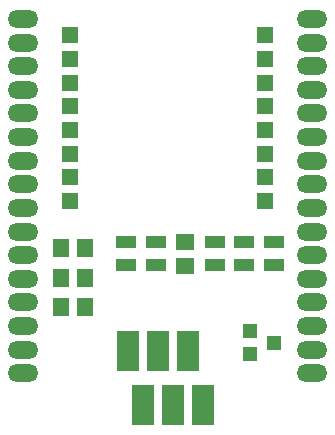
<source format=gbr>
G04 #@! TF.FileFunction,Soldermask,Top*
%FSLAX46Y46*%
G04 Gerber Fmt 4.6, Leading zero omitted, Abs format (unit mm)*
G04 Created by KiCad (PCBNEW 4.0.7-e2-6376~58~ubuntu16.04.1) date Thu Oct  4 00:19:24 2018*
%MOMM*%
%LPD*%
G01*
G04 APERTURE LIST*
%ADD10C,0.100000*%
%ADD11R,1.400000X1.650000*%
%ADD12R,1.650000X1.400000*%
%ADD13R,1.300000X1.200000*%
%ADD14R,1.700000X1.100000*%
%ADD15O,2.600000X1.500000*%
%ADD16R,1.400000X1.400000*%
%ADD17R,1.900000X3.400000*%
G04 APERTURE END LIST*
D10*
D11*
X139500000Y-137000000D03*
X141500000Y-137000000D03*
X139500000Y-134500000D03*
X141500000Y-134500000D03*
X139500000Y-132000000D03*
X141500000Y-132000000D03*
D12*
X150000000Y-133500000D03*
X150000000Y-131500000D03*
D13*
X155500000Y-139050000D03*
X155500000Y-140950000D03*
X157500000Y-140000000D03*
D14*
X152500000Y-131500000D03*
X152500000Y-133400000D03*
X155000000Y-131500000D03*
X155000000Y-133400000D03*
X145000000Y-131500000D03*
X145000000Y-133400000D03*
X147500000Y-131500000D03*
X147500000Y-133400000D03*
X157500000Y-131500000D03*
X157500000Y-133400000D03*
D15*
X136301100Y-112603600D03*
X136301100Y-114603600D03*
X136301100Y-116603600D03*
X136301100Y-118603600D03*
X136301100Y-120603600D03*
X136301100Y-122603600D03*
X136301100Y-124603600D03*
X136301100Y-126603600D03*
X136301100Y-128603600D03*
X136301100Y-130603600D03*
X136301100Y-132603600D03*
X136301100Y-134603600D03*
X136301100Y-136603600D03*
X136301100Y-138603600D03*
X136301100Y-140603600D03*
X136301100Y-142603600D03*
X160701100Y-142603600D03*
X160701100Y-140603600D03*
X160701100Y-138603600D03*
X160701100Y-136603600D03*
X160701100Y-134603600D03*
X160701100Y-132603600D03*
X160701100Y-130603600D03*
X160701100Y-128603600D03*
X160701100Y-126603600D03*
X160701100Y-124603600D03*
X160701100Y-122603600D03*
X160701100Y-120603600D03*
X160701100Y-118603600D03*
X160701100Y-116603600D03*
X160701100Y-114603600D03*
X160701100Y-112603600D03*
D16*
X140251100Y-114000000D03*
X140251100Y-116000000D03*
X140251100Y-118000000D03*
X140251100Y-120000000D03*
X140251100Y-122000000D03*
X140251100Y-124000000D03*
X140251100Y-126000000D03*
X140251100Y-128000000D03*
X156751100Y-128000000D03*
X156751100Y-126000000D03*
X156751100Y-124000000D03*
X156751100Y-122000000D03*
X156751100Y-120000000D03*
X156751100Y-118000000D03*
X156751100Y-116000000D03*
X156751100Y-114000000D03*
D17*
X145190000Y-140750000D03*
X146460000Y-145250000D03*
X147730000Y-140750000D03*
X149000000Y-145250000D03*
X150270000Y-140750000D03*
X151540000Y-145250000D03*
M02*

</source>
